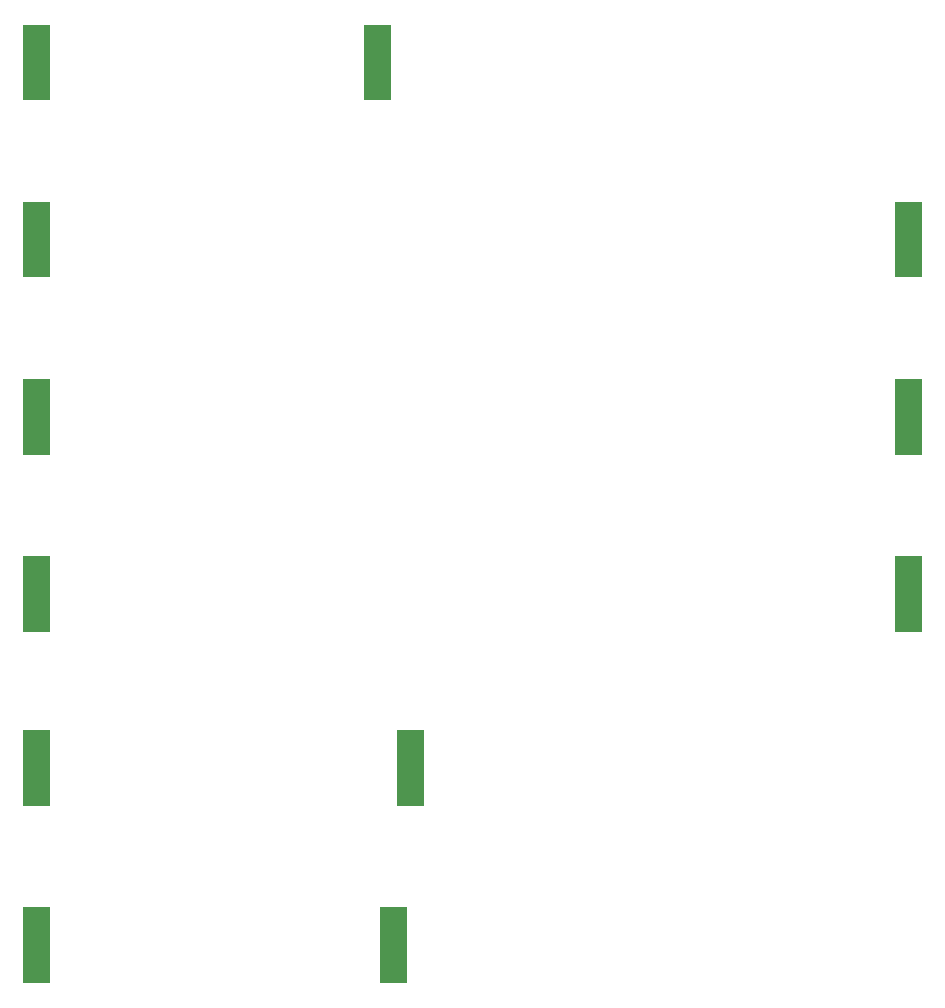
<source format=gbs>
G04 #@! TF.GenerationSoftware,KiCad,Pcbnew,(5.1.5)-2*
G04 #@! TF.CreationDate,2020-02-16T11:04:41+01:00*
G04 #@! TF.ProjectId,OSHPark_4Layers_trl-board_v0_1,4f534850-6172-46b5-9f34-4c6179657273,rev?*
G04 #@! TF.SameCoordinates,Original*
G04 #@! TF.FileFunction,Soldermask,Bot*
G04 #@! TF.FilePolarity,Negative*
%FSLAX46Y46*%
G04 Gerber Fmt 4.6, Leading zero omitted, Abs format (unit mm)*
G04 Created by KiCad (PCBNEW (5.1.5)-2) date 2020-02-16 11:04:41*
%MOMM*%
%LPD*%
G04 APERTURE LIST*
%ADD10C,0.152400*%
G04 APERTURE END LIST*
D10*
G36*
X185235400Y-168200600D02*
G01*
X182949000Y-168200600D01*
X182949000Y-161799400D01*
X185235400Y-161799400D01*
X185235400Y-168200600D01*
G37*
G36*
X215451000Y-168200600D02*
G01*
X213164600Y-168200600D01*
X213164600Y-161799400D01*
X215451000Y-161799400D01*
X215451000Y-168200600D01*
G37*
G36*
X185235400Y-153200600D02*
G01*
X182949000Y-153200600D01*
X182949000Y-146799400D01*
X185235400Y-146799400D01*
X185235400Y-153200600D01*
G37*
G36*
X216881000Y-153200600D02*
G01*
X214594600Y-153200600D01*
X214594600Y-146799400D01*
X216881000Y-146799400D01*
X216881000Y-153200600D01*
G37*
G36*
X259051000Y-138450600D02*
G01*
X256764600Y-138450600D01*
X256764600Y-132049400D01*
X259051000Y-132049400D01*
X259051000Y-138450600D01*
G37*
G36*
X185235400Y-138450600D02*
G01*
X182949000Y-138450600D01*
X182949000Y-132049400D01*
X185235400Y-132049400D01*
X185235400Y-138450600D01*
G37*
G36*
X185235400Y-123450600D02*
G01*
X182949000Y-123450600D01*
X182949000Y-117049400D01*
X185235400Y-117049400D01*
X185235400Y-123450600D01*
G37*
G36*
X259051000Y-123450600D02*
G01*
X256764600Y-123450600D01*
X256764600Y-117049400D01*
X259051000Y-117049400D01*
X259051000Y-123450600D01*
G37*
G36*
X185235400Y-108450600D02*
G01*
X182949000Y-108450600D01*
X182949000Y-102049400D01*
X185235400Y-102049400D01*
X185235400Y-108450600D01*
G37*
G36*
X259051000Y-108450600D02*
G01*
X256764600Y-108450600D01*
X256764600Y-102049400D01*
X259051000Y-102049400D01*
X259051000Y-108450600D01*
G37*
G36*
X185235400Y-93450600D02*
G01*
X182949000Y-93450600D01*
X182949000Y-87049400D01*
X185235400Y-87049400D01*
X185235400Y-93450600D01*
G37*
G36*
X214051000Y-93450600D02*
G01*
X211764600Y-93450600D01*
X211764600Y-87049400D01*
X214051000Y-87049400D01*
X214051000Y-93450600D01*
G37*
M02*

</source>
